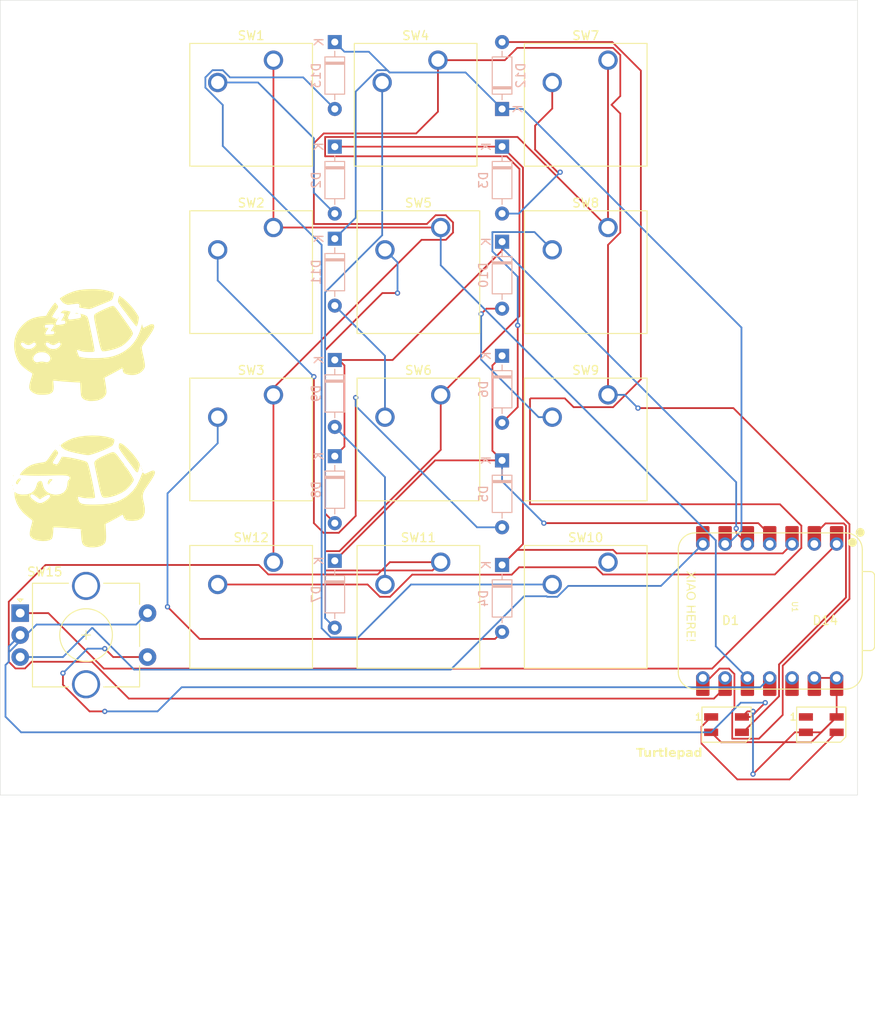
<source format=kicad_pcb>
(kicad_pcb (version 20240108) (generator "pcbnew") (generator_version "8.0")
  (layers (0 "F.Cu" signal) (31 "B.Cu" signal) (34 "B.Paste" user) (35 "F.Paste" user) (36 "B.SilkS" user "B.Silkscreen") (37 "F.SilkS" user "F.Silkscreen") (38 "B.Mask" user) (39 "F.Mask" user) (44 "Edge.Cuts" user))
  (net 0 "")
  (net 1 "Net-(D1-DOUT)")
  (net 2 "+5V")
  (net 3 "Net-(D1-DIN)")
  (net 4 "Net-(D2-K)")
  (net 5 "Net-(D2-A)")
  (net 6 "Net-(D3-A)")
  (net 7 "Net-(D4-A)")
  (net 8 "Net-(D5-A)")
  (net 9 "Net-(D5-K)")
  (net 10 "Net-(D6-A)")
  (net 11 "Net-(D7-A)")
  (net 12 "Net-(D8-A)")
  (net 13 "Net-(D10-K)")
  (net 14 "Net-(D9-A)")
  (net 15 "Net-(D10-A)")
  (net 16 "Net-(D11-A)")
  (net 17 "Net-(D11-K)")
  (net 18 "Net-(D12-A)")
  (net 19 "Net-(D13-A)")
  (net 21 "Net-(U1-GPIO4{slash}MISO)")
  (net 22 "Net-(U1-GPIO1{slash}RX)")
  (net 23 "Net-(U1-GPIO2{slash}SCK)")
  (net 25 "Net-(U1-GPIO26{slash}ADC0{slash}A0)")
  (net 26 "Net-(U1-GPIO3{slash}MOSI)")
  (net 27 "Net-(U1-GPIO0{slash}TX)")
  (footprint "Button_Switch_Keyboard:SW_Cherry_MX_1.00u_PCB" (layer "F.Cu") (at 131.1275 68.73875)
    (property "Reference" "SW8" (at -2.54 -2.794 0) (layer "F.SilkS"))
    (property "Value" "SW_Push")
    (pad "" np_thru_hole circle (at -7.62 5.08) (size 1.7 1.7) (drill 1.7) (layers "*.Cu" "*.Mask"))
    (pad "" np_thru_hole circle (at -2.54 5.08) (size 4 4) (drill 4) (layers "*.Cu" "*.Mask"))
    (pad "" np_thru_hole circle (at 2.54 5.08) (size 1.7 1.7) (drill 1.7) (layers "*.Cu" "*.Mask"))
    (pad "1" thru_hole circle (at 0 0) (size 2.2 2.2) (drill 1.5) (layers "*.Cu" "*.Mask") (net 23 "Net-(U1-GPIO2{slash}SCK)"))
    (pad "2" thru_hole circle (at -6.35 2.54) (size 2.2 2.2) (drill 1.5) (layers "*.Cu" "*.Mask") (net 10 "Net-(D6-A)"))
  )
  (footprint "LED_SMD:LED_SK6812MINI_PLCC4_3.5x3.5mm_P1.75mm" (layer "F.Cu") (at 155.4125 125.33125)
    (property "Reference" "D14" (at 0.455 -11.8615 0) (layer "F.SilkS"))
    (property "Value" "SK6812MINI")
    (fp_text user "1" (at -3.2 -0.875 0) (layer "F.SilkS") (effects (font (size 0.8 0.8))))
    (pad "1" smd rect (at -1.75 -0.875) (size 1.6 0.85) (layers "F.Cu" "F.Paste" "F.Mask"))
    (pad "2" smd rect (at -1.75 0.875) (size 1.6 0.85) (layers "F.Cu" "F.Paste" "F.Mask") (net 2 "+5V"))
    (pad "3" smd rect (at 1.75 0.875) (size 1.6 0.85) (layers "F.Cu" "F.Paste" "F.Mask") (net 1 "Net-(D1-DOUT)"))
    (pad "4" smd rect (at 1.75 -0.875) (size 1.6 0.85) (layers "F.Cu" "F.Paste" "F.Mask") (net 2 "+5V"))
  )
  (footprint "Button_Switch_Keyboard:SW_Cherry_MX_1.00u_PCB" (layer "F.Cu") (at 93.0275 87.78875)
    (property "Reference" "SW3" (at -2.54 -2.794 0) (layer "F.SilkS"))
    (property "Value" "SW_Push")
    (pad "" np_thru_hole circle (at -7.62 5.08) (size 1.7 1.7) (drill 1.7) (layers "*.Cu" "*.Mask"))
    (pad "" np_thru_hole circle (at -2.54 5.08) (size 4 4) (drill 4) (layers "*.Cu" "*.Mask"))
    (pad "" np_thru_hole circle (at 2.54 5.08) (size 1.7 1.7) (drill 1.7) (layers "*.Cu" "*.Mask"))
    (pad "1" thru_hole circle (at 0 0) (size 2.2 2.2) (drill 1.5) (layers "*.Cu" "*.Mask") (net 22 "Net-(U1-GPIO1{slash}RX)"))
    (pad "2" thru_hole circle (at -6.35 2.54) (size 2.2 2.2) (drill 1.5) (layers "*.Cu" "*.Mask") (net 7 "Net-(D4-A)"))
  )
  (footprint "Button_Switch_Keyboard:SW_Cherry_MX_1.00u_PCB" (layer "F.Cu") (at 93.0275 106.83875)
    (property "Reference" "SW12" (at -2.54 -2.794 0) (layer "F.SilkS"))
    (property "Value" "SW_Push")
    (pad "" np_thru_hole circle (at -7.62 5.08) (size 1.7 1.7) (drill 1.7) (layers "*.Cu" "*.Mask"))
    (pad "" np_thru_hole circle (at -2.54 5.08) (size 4 4) (drill 4) (layers "*.Cu" "*.Mask"))
    (pad "" np_thru_hole circle (at 2.54 5.08) (size 1.7 1.7) (drill 1.7) (layers "*.Cu" "*.Mask"))
    (pad "1" thru_hole circle (at 0 0) (size 2.2 2.2) (drill 1.5) (layers "*.Cu" "*.Mask") (net 22 "Net-(U1-GPIO1{slash}RX)"))
    (pad "2" thru_hole circle (at -6.35 2.54) (size 2.2 2.2) (drill 1.5) (layers "*.Cu" "*.Mask") (net 18 "Net-(D12-A)"))
  )
  (footprint "Button_Switch_Keyboard:SW_Cherry_MX_1.00u_PCB" (layer "F.Cu") (at 131.1275 106.83875)
    (property "Reference" "SW10" (at -2.54 -2.794 0) (layer "F.SilkS"))
    (property "Value" "SW_Push")
    (pad "" np_thru_hole circle (at -7.62 5.08) (size 1.7 1.7) (drill 1.7) (layers "*.Cu" "*.Mask"))
    (pad "" np_thru_hole circle (at -2.54 5.08) (size 4 4) (drill 4) (layers "*.Cu" "*.Mask"))
    (pad "" np_thru_hole circle (at 2.54 5.08) (size 1.7 1.7) (drill 1.7) (layers "*.Cu" "*.Mask"))
    (pad "1" thru_hole circle (at 0 0) (size 2.2 2.2) (drill 1.5) (layers "*.Cu" "*.Mask"))
    (pad "2" thru_hole circle (at -6.35 2.54) (size 2.2 2.2) (drill 1.5) (layers "*.Cu" "*.Mask") (net 19 "Net-(D13-A)"))
  )
  (footprint "Button_Switch_Keyboard:SW_Cherry_MX_1.00u_PCB" (layer "F.Cu") (at 131.1275 49.68875)
    (property "Reference" "SW7" (at -2.54 -2.794 0) (layer "F.SilkS"))
    (property "Value" "SW_Push")
    (pad "" np_thru_hole circle (at -7.62 5.08) (size 1.7 1.7) (drill 1.7) (layers "*.Cu" "*.Mask"))
    (pad "" np_thru_hole circle (at -2.54 5.08) (size 4 4) (drill 4) (layers "*.Cu" "*.Mask"))
    (pad "" np_thru_hole circle (at 2.54 5.08) (size 1.7 1.7) (drill 1.7) (layers "*.Cu" "*.Mask"))
    (pad "1" thru_hole circle (at 0 0) (size 2.2 2.2) (drill 1.5) (layers "*.Cu" "*.Mask") (net 23 "Net-(U1-GPIO2{slash}SCK)"))
    (pad "2" thru_hole circle (at -6.35 2.54) (size 2.2 2.2) (drill 1.5) (layers "*.Cu" "*.Mask") (net 6 "Net-(D3-A)"))
  )
  (footprint "Button_Switch_Keyboard:SW_Cherry_MX_1.00u_PCB" (layer "F.Cu") (at 112.0775 68.73875)
    (property "Reference" "SW5" (at -2.54 -2.794 0) (layer "F.SilkS"))
    (property "Value" "SW_Push")
    (pad "" np_thru_hole circle (at -7.62 5.08) (size 1.7 1.7) (drill 1.7) (layers "*.Cu" "*.Mask"))
    (pad "" np_thru_hole circle (at -2.54 5.08) (size 4 4) (drill 4) (layers "*.Cu" "*.Mask"))
    (pad "" np_thru_hole circle (at 2.54 5.08) (size 1.7 1.7) (drill 1.7) (layers "*.Cu" "*.Mask"))
    (pad "1" thru_hole circle (at 0 0) (size 2.2 2.2) (drill 1.5) (layers "*.Cu" "*.Mask") (net 21 "Net-(U1-GPIO4{slash}MISO)"))
    (pad "2" thru_hole circle (at -6.35 2.54) (size 2.2 2.2) (drill 1.5) (layers "*.Cu" "*.Mask") (net 12 "Net-(D8-A)"))
  )
  (footprint "LOGO" (layer "F.Cu") (at 71.4375 97.63125)
    (property "Reference" "G***" (hide yes))
    (property "Value" "LOGO" (hide yes))
  )
  (footprint "tlibfootprint:XIAO-RP2040-DIP" (layer "F.Cu") (at 149.5425 112.395 -90)
    (property "Reference" "U1" (at -0.47625 -2.8575 -90) (layer "F.SilkS") (effects (font (size 0.635 0.635) (thickness 0.1016))))
    (property "Value" "XIAO-RP2040-DIP")
    (pad "1" smd roundrect (at -8.455 -7.62 90) (size 2.432 1.524) (layers "F.Cu" "F.Mask") (roundrect_rratio 0.1) (net 25 "Net-(U1-GPIO26{slash}ADC0{slash}A0)"))
    (pad "1" thru_hole circle (at -7.62 -7.62 90) (size 1.524 1.524) (drill 0.889) (layers "*.Cu" "*.Mask") (net 25 "Net-(U1-GPIO26{slash}ADC0{slash}A0)"))
    (pad "2" smd roundrect (at -8.455 -5.08 90) (size 2.432 1.524) (layers "F.Cu" "F.Mask") (roundrect_rratio 0.1) (net 3 "Net-(D1-DIN)"))
    (pad "2" thru_hole circle (at -7.62 -5.08 90) (size 1.524 1.524) (drill 0.889) (layers "*.Cu" "*.Mask") (net 3 "Net-(D1-DIN)"))
    (pad "3" smd roundrect (at -8.455 -2.54 90) (size 2.432 1.524) (layers "F.Cu" "F.Mask") (roundrect_rratio 0.1) (net 4 "Net-(D2-K)"))
    (pad "3" thru_hole circle (at -7.62 -2.54 90) (size 1.524 1.524) (drill 0.889) (layers "*.Cu" "*.Mask") (net 4 "Net-(D2-K)"))
    (pad "4" smd roundrect (at -8.455 0 90) (size 2.432 1.524) (layers "F.Cu" "F.Mask") (roundrect_rratio 0.1) (net 9 "Net-(D5-K)"))
    (pad "4" thru_hole circle (at -7.62 0 90) (size 1.524 1.524) (drill 0.889) (layers "*.Cu" "*.Mask") (net 9 "Net-(D5-K)"))
    (pad "5" smd roundrect (at -8.455 2.54 90) (size 2.432 1.524) (layers "F.Cu" "F.Mask") (roundrect_rratio 0.1) (net 13 "Net-(D10-K)"))
    (pad "5" thru_hole circle (at -7.62 2.54 90) (size 1.524 1.524) (drill 0.889) (layers "*.Cu" "*.Mask") (net 13 "Net-(D10-K)"))
    (pad "6" smd roundrect (at -8.455 5.08 90) (size 2.432 1.524) (layers "F.Cu" "F.Mask") (roundrect_rratio 0.1) (net 17 "Net-(D11-K)"))
    (pad "6" thru_hole circle (at -7.62 5.08 90) (size 1.524 1.524) (drill 0.889) (layers "*.Cu" "*.Mask") (net 17 "Net-(D11-K)"))
    (pad "7" smd roundrect (at -8.455 7.62 90) (size 2.432 1.524) (layers "F.Cu" "F.Mask") (roundrect_rratio 0.1) (net 27 "Net-(U1-GPIO0{slash}TX)"))
    (pad "7" thru_hole circle (at -7.62 7.62 90) (size 1.524 1.524) (drill 0.889) (layers "*.Cu" "*.Mask") (net 27 "Net-(U1-GPIO0{slash}TX)"))
    (pad "8" thru_hole circle (at 7.62 7.62 270) (size 1.524 1.524) (drill 0.889) (layers "*.Cu" "*.Mask") (net 22 "Net-(U1-GPIO1{slash}RX)"))
    (pad "8" smd roundrect (at 8.455 7.62 270) (size 2.432 1.524) (layers "F.Cu" "F.Mask") (roundrect_rratio 0.1) (net 22 "Net-(U1-GPIO1{slash}RX)"))
    (pad "9" thru_hole circle (at 7.62 5.08 270) (size 1.524 1.524) (drill 0.889) (layers "*.Cu" "*.Mask") (net 23 "Net-(U1-GPIO2{slash}SCK)"))
    (pad "9" smd roundrect (at 8.455 5.08 270) (size 2.432 1.524) (layers "F.Cu" "F.Mask") (roundrect_rratio 0.1) (net 23 "Net-(U1-GPIO2{slash}SCK)"))
    (pad "10" thru_hole circle (at 7.62 2.54 270) (size 1.524 1.524) (drill 0.889) (layers "*.Cu" "*.Mask") (net 21 "Net-(U1-GPIO4{slash}MISO)"))
    (pad "10" smd roundrect (at 8.455 2.54 270) (size 2.432 1.524) (layers "F.Cu" "F.Mask") (roundrect_rratio 0.1) (net 21 "Net-(U1-GPIO4{slash}MISO)"))
    (pad "11" thru_hole circle (at 7.62 0 270) (size 1.524 1.524) (drill 0.889) (layers "*.Cu" "*.Mask") (net 26 "Net-(U1-GPIO3{slash}MOSI)"))
    (pad "11" smd roundrect (at 8.455 0 270) (size 2.432 1.524) (layers "F.Cu" "F.Mask") (roundrect_rratio 0.1) (net 26 "Net-(U1-GPIO3{slash}MOSI)"))
    (pad "12" thru_hole circle (at 7.62 -2.54 270) (size 1.524 1.524) (drill 0.889) (layers "*.Cu" "*.Mask"))
    (pad "12" smd roundrect (at 8.455 -2.54 270) (size 2.432 1.524) (layers "F.Cu" "F.Mask") (roundrect_rratio 0.1))
    (pad "13" thru_hole circle (at 7.62 -5.08 270) (size 1.524 1.524) (drill 0.889) (layers "*.Cu" "*.Mask") (net 2 "+5V"))
    (pad "13" smd roundrect (at 8.455 -5.08 270) (size 2.432 1.524) (layers "F.Cu" "F.Mask") (roundrect_rratio 0.1) (net 2 "+5V"))
    (pad "14" thru_hole circle (at 7.62 -7.62 270) (size 1.524 1.524) (drill 0.889) (layers "*.Cu" "*.Mask") (net 2 "+5V"))
    (pad "14" smd roundrect (at 8.455 -7.62 270) (size 2.432 1.524) (layers "F.Cu" "F.Mask") (roundrect_rratio 0.1) (net 2 "+5V"))
  )
  (footprint "Button_Switch_Keyboard:SW_Cherry_MX_1.00u_PCB" (layer "F.Cu") (at 111.76 49.68875)
    (property "Reference" "SW4" (at -2.54 -2.794 0) (layer "F.SilkS"))
    (property "Value" "SW_Push")
    (pad "" np_thru_hole circle (at -7.62 5.08) (size 1.7 1.7) (drill 1.7) (layers "*.Cu" "*.Mask"))
    (pad "" np_thru_hole circle (at -2.54 5.08) (size 4 4) (drill 4) (layers "*.Cu" "*.Mask"))
    (pad "" np_thru_hole circle (at 2.54 5.08) (size 1.7 1.7) (drill 1.7) (layers "*.Cu" "*.Mask"))
    (pad "1" thru_hole circle (at 0 0) (size 2.2 2.2) (drill 1.5) (layers "*.Cu" "*.Mask") (net 22 "Net-(U1-GPIO1{slash}RX)"))
    (pad "2" thru_hole circle (at -6.35 2.54) (size 2.2 2.2) (drill 1.5) (layers "*.Cu" "*.Mask") (net 11 "Net-(D7-A)"))
  )
  (footprint "Button_Switch_Keyboard:SW_Cherry_MX_1.00u_PCB" (layer "F.Cu") (at 112.0775 106.83875)
    (property "Reference" "SW11" (at -2.54 -2.794 0) (layer "F.SilkS"))
    (property "Value" "SW_Push")
    (pad "" np_thru_hole circle (at -7.62 5.08) (size 1.7 1.7) (drill 1.7) (layers "*.Cu" "*.Mask"))
    (pad "" np_thru_hole circle (at -2.54 5.08) (size 4 4) (drill 4) (layers "*.Cu" "*.Mask"))
    (pad "" np_thru_hole circle (at 2.54 5.08) (size 1.7 1.7) (drill 1.7) (layers "*.Cu" "*.Mask"))
    (pad "1" thru_hole circle (at 0 0) (size 2.2 2.2) (drill 1.5) (layers "*.Cu" "*.Mask") (net 23 "Net-(U1-GPIO2{slash}SCK)"))
    (pad "2" thru_hole circle (at -6.35 2.54) (size 2.2 2.2) (drill 1.5) (layers "*.Cu" "*.Mask") (net 14 "Net-(D9-A)"))
  )
  (footprint "Button_Switch_Keyboard:SW_Cherry_MX_1.00u_PCB" (layer "F.Cu") (at 131.1275 87.78875)
    (property "Reference" "SW9" (at -2.54 -2.794 0) (layer "F.SilkS"))
    (property "Value" "SW_Push")
    (pad "" np_thru_hole circle (at -7.62 5.08) (size 1.7 1.7) (drill 1.7) (layers "*.Cu" "*.Mask"))
    (pad "" np_thru_hole circle (at -2.54 5.08) (size 4 4) (drill 4) (layers "*.Cu" "*.Mask"))
    (pad "" np_thru_hole circle (at 2.54 5.08) (size 1.7 1.7) (drill 1.7) (layers "*.Cu" "*.Mask"))
    (pad "1" thru_hole circle (at 0 0) (size 2.2 2.2) (drill 1.5) (layers "*.Cu" "*.Mask") (net 22 "Net-(U1-GPIO1{slash}RX)"))
    (pad "2" thru_hole circle (at -6.35 2.54) (size 2.2 2.2) (drill 1.5) (layers "*.Cu" "*.Mask") (net 15 "Net-(D10-A)"))
  )
  (footprint "Button_Switch_Keyboard:SW_Cherry_MX_1.00u_PCB" (layer "F.Cu") (at 93.0275 49.68875)
    (property "Reference" "SW1" (at -2.54 -2.794 0) (layer "F.SilkS"))
    (property "Value" "SW_Push")
    (pad "" np_thru_hole circle (at -7.62 5.08) (size 1.7 1.7) (drill 1.7) (layers "*.Cu" "*.Mask"))
    (pad "" np_thru_hole circle (at -2.54 5.08) (size 4 4) (drill 4) (layers "*.Cu" "*.Mask"))
    (pad "" np_thru_hole circle (at 2.54 5.08) (size 1.7 1.7) (drill 1.7) (layers "*.Cu" "*.Mask"))
    (pad "1" thru_hole circle (at 0 0) (size 2.2 2.2) (drill 1.5) (layers "*.Cu" "*.Mask") (net 21 "Net-(U1-GPIO4{slash}MISO)"))
    (pad "2" thru_hole circle (at -6.35 2.54) (size 2.2 2.2) (drill 1.5) (layers "*.Cu" "*.Mask") (net 5 "Net-(D2-A)"))
  )
  (footprint "LOGO" (layer "F.Cu") (at 71.4375 80.9625)
    (property "Reference" "G***" (hide yes))
    (property "Value" "LOGO" (hide yes))
  )
  (footprint "Button_Switch_Keyboard:SW_Cherry_MX_1.00u_PCB" (layer "F.Cu") (at 112.0775 87.78875)
    (property "Reference" "SW6" (at -2.54 -2.794 0) (layer "F.SilkS"))
    (property "Value" "SW_Push")
    (pad "" np_thru_hole circle (at -7.62 5.08) (size 1.7 1.7) (drill 1.7) (layers "*.Cu" "*.Mask"))
    (pad "" np_thru_hole circle (at -2.54 5.08) (size 4 4) (drill 4) (layers "*.Cu" "*.Mask"))
    (pad "" np_thru_hole circle (at 2.54 5.08) (size 1.7 1.7) (drill 1.7) (layers "*.Cu" "*.Mask"))
    (pad "1" thru_hole circle (at 0 0) (size 2.2 2.2) (drill 1.5) (layers "*.Cu" "*.Mask") (net 23 "Net-(U1-GPIO2{slash}SCK)"))
    (pad "2" thru_hole circle (at -6.35 2.54) (size 2.2 2.2) (drill 1.5) (layers "*.Cu" "*.Mask") (net 16 "Net-(D11-A)"))
  )
  (footprint "Button_Switch_Keyboard:SW_Cherry_MX_1.00u_PCB" (layer "F.Cu") (at 93.0275 68.73875)
    (property "Reference" "SW2" (at -2.54 -2.794 0) (layer "F.SilkS"))
    (property "Value" "SW_Push")
    (pad "" np_thru_hole circle (at -7.62 5.08) (size 1.7 1.7) (drill 1.7) (layers "*.Cu" "*.Mask"))
    (pad "" np_thru_hole circle (at -2.54 5.08) (size 4 4) (drill 4) (layers "*.Cu" "*.Mask"))
    (pad "" np_thru_hole circle (at 2.54 5.08) (size 1.7 1.7) (drill 1.7) (layers "*.Cu" "*.Mask"))
    (pad "1" thru_hole circle (at 0 0) (size 2.2 2.2) (drill 1.5) (layers "*.Cu" "*.Mask") (net 21 "Net-(U1-GPIO4{slash}MISO)"))
    (pad "2" thru_hole circle (at -6.35 2.54) (size 2.2 2.2) (drill 1.5) (layers "*.Cu" "*.Mask") (net 8 "Net-(D5-A)"))
  )
  (footprint "Rotary_Encoder:RotaryEncoder_Alps_EC11E-Switch_Vertical_H20mm_CircularMountingHoles" (layer "F.Cu") (at 64.1875 112.6375)
    (property "Reference" "SW15" (at 2.8 -4.7 0) (layer "F.SilkS"))
    (property "Value" "RotaryEncoder_Switch")
    (pad "A" thru_hole rect (at 0 0) (size 2 2) (drill 1) (layers "*.Cu" "*.Mask") (net 25 "Net-(U1-GPIO26{slash}ADC0{slash}A0)"))
    (pad "B" thru_hole circle (at 0 5) (size 2 2) (drill 1) (layers "*.Cu" "*.Mask") (net 27 "Net-(U1-GPIO0{slash}TX)"))
    (pad "C" thru_hole circle (at 0 2.5) (size 2 2) (drill 1) (layers "*.Cu" "*.Mask") (net 2 "+5V"))
    (pad "MP" thru_hole circle (at 7.5 -3.1) (size 3.2 3.2) (drill 2.6) (layers "*.Cu" "*.Mask"))
    (pad "MP" thru_hole circle (at 7.5 8.1) (size 3.2 3.2) (drill 2.6) (layers "*.Cu" "*.Mask"))
    (pad "S1" thru_hole circle (at 14.5 5) (size 2 2) (drill 1) (layers "*.Cu" "*.Mask") (net 26 "Net-(U1-GPIO3{slash}MOSI)"))
    (pad "S2" thru_hole circle (at 14.5 0) (size 2 2) (drill 1) (layers "*.Cu" "*.Mask") (net 2 "+5V"))
  )
  (footprint "LED_SMD:LED_SK6812MINI_PLCC4_3.5x3.5mm_P1.75mm" (layer "F.Cu") (at 144.625 125.33125)
    (property "Reference" "D1" (at 0.455 -11.8615 0) (layer "F.SilkS"))
    (property "Value" "SK6812MINI")
    (fp_text user "1" (at -3.2 -0.875 0) (layer "F.SilkS") (effects (font (size 0.8 0.8))))
    (pad "1" smd rect (at -1.75 -0.875) (size 1.6 0.85) (layers "F.Cu" "F.Paste" "F.Mask") (net 1 "Net-(D1-DOUT)"))
    (pad "2" smd rect (at -1.75 0.875) (size 1.6 0.85) (layers "F.Cu" "F.Paste" "F.Mask") (net 2 "+5V"))
    (pad "3" smd rect (at 1.75 0.875) (size 1.6 0.85) (layers "F.Cu" "F.Paste" "F.Mask") (net 3 "Net-(D1-DIN)"))
    (pad "4" smd rect (at 1.75 -0.875) (size 1.6 0.85) (layers "F.Cu" "F.Paste" "F.Mask") (net 2 "+5V"))
  )
  (footprint "Diode_THT:D_DO-35_SOD27_P7.62mm_Horizontal" (layer "B.Cu") (at 100.0125 83.82 -90)
    (property "Reference" "D9" (at 3.81 2.12 90) (layer "B.SilkS") (effects (justify mirror)))
    (property "Value" "D")
    (fp_text user "K" (at 0 1.8 90) (layer "B.SilkS") (effects (justify mirror)))
    (pad "1" thru_hole rect (at 0 0 270) (size 1.6 1.6) (drill 0.8) (layers "*.Cu" "*.Mask") (net 13 "Net-(D10-K)"))
    (pad "2" thru_hole oval (at 7.62 0 270) (size 1.6 1.6) (drill 0.8) (layers "*.Cu" "*.Mask") (net 14 "Net-(D9-A)"))
  )
  (footprint "Diode_THT:D_DO-35_SOD27_P7.62mm_Horizontal" (layer "B.Cu") (at 100.0125 70.00875 -90)
    (property "Reference" "D11" (at 3.81 2.12 90) (layer "B.SilkS") (effects (justify mirror)))
    (property "Value" "D")
    (fp_text user "K" (at 0 1.8 90) (layer "B.SilkS") (effects (justify mirror)))
    (pad "1" thru_hole rect (at 0 0 270) (size 1.6 1.6) (drill 0.8) (layers "*.Cu" "*.Mask") (net 17 "Net-(D11-K)"))
    (pad "2" thru_hole oval (at 7.62 0 270) (size 1.6 1.6) (drill 0.8) (layers "*.Cu" "*.Mask") (net 16 "Net-(D11-A)"))
  )
  (footprint "Diode_THT:D_DO-35_SOD27_P7.62mm_Horizontal" (layer "B.Cu") (at 119.0625 59.53125 -90)
    (property "Reference" "D3" (at 3.81 2.12 90) (layer "B.SilkS") (effects (justify mirror)))
    (property "Value" "D")
    (fp_text user "K" (at 0 1.8 90) (layer "B.SilkS") (effects (justify mirror)))
    (pad "1" thru_hole rect (at 0 0 270) (size 1.6 1.6) (drill 0.8) (layers "*.Cu" "*.Mask") (net 4 "Net-(D2-K)"))
    (pad "2" thru_hole oval (at 7.62 0 270) (size 1.6 1.6) (drill 0.8) (layers "*.Cu" "*.Mask") (net 6 "Net-(D3-A)"))
  )
  (footprint "Diode_THT:D_DO-35_SOD27_P7.62mm_Horizontal" (layer "B.Cu") (at 100.0125 106.68 -90)
    (property "Reference" "D7" (at 3.81 2.12 90) (layer "B.SilkS") (effects (justify mirror)))
    (property "Value" "D")
    (fp_text user "K" (at 0 1.8 90) (layer "B.SilkS") (effects (justify mirror)))
    (pad "1" thru_hole rect (at 0 0 270) (size 1.6 1.6) (drill 0.8) (layers "*.Cu" "*.Mask") (net 9 "Net-(D5-K)"))
    (pad "2" thru_hole oval (at 7.62 0 270) (size 1.6 1.6) (drill 0.8) (layers "*.Cu" "*.Mask") (net 11 "Net-(D7-A)"))
  )
  (footprint "Diode_THT:D_DO-35_SOD27_P7.62mm_Horizontal" (layer "B.Cu") (at 119.0625 83.34375 -90)
    (property "Reference" "D6" (at 3.81 2.12 90) (layer "B.SilkS") (effects (justify mirror)))
    (property "Value" "D")
    (fp_text user "K" (at 0 1.8 90) (layer "B.SilkS") (effects (justify mirror)))
    (pad "1" thru_hole rect (at 0 0 270) (size 1.6 1.6) (drill 0.8) (layers "*.Cu" "*.Mask") (net 9 "Net-(D5-K)"))
    (pad "2" thru_hole oval (at 7.62 0 270) (size 1.6 1.6) (drill 0.8) (layers "*.Cu" "*.Mask") (net 10 "Net-(D6-A)"))
  )
  (footprint "Diode_THT:D_DO-35_SOD27_P7.62mm_Horizontal" (layer "B.Cu") (at 119.0625 55.245 90)
    (property "Reference" "D12" (at 3.81 2.12 90) (layer "B.SilkS") (effects (justify mirror)))
    (property "Value" "D")
    (fp_text user "K" (at 0 1.8 90) (layer "B.SilkS") (effects (justify mirror)))
    (pad "1" thru_hole rect (at 0 0 90) (size 1.6 1.6) (drill 0.8) (layers "*.Cu" "*.Mask") (net 17 "Net-(D11-K)"))
    (pad "2" thru_hole oval (at 7.62 0 90) (size 1.6 1.6) (drill 0.8) (layers "*.Cu" "*.Mask") (net 18 "Net-(D12-A)"))
  )
  (footprint "Diode_THT:D_DO-35_SOD27_P7.62mm_Horizontal" (layer "B.Cu") (at 119.0625 70.35625 -90)
    (property "Reference" "D10" (at 3.81 2.12 90) (layer "B.SilkS") (effects (justify mirror)))
    (property "Value" "D")
    (fp_text user "K" (at 0 1.8 90) (layer "B.SilkS") (effects (justify mirror)))
    (pad "1" thru_hole rect (at 0 0 270) (size 1.6 1.6) (drill 0.8) (layers "*.Cu" "*.Mask") (net 13 "Net-(D10-K)"))
    (pad "2" thru_hole oval (at 7.62 0 270) (size 1.6 1.6) (drill 0.8) (layers "*.Cu" "*.Mask") (net 15 "Net-(D10-A)"))
  )
  (footprint "Diode_THT:D_DO-35_SOD27_P7.62mm_Horizontal" (layer "B.Cu") (at 100.0125 94.77375 -90)
    (property "Reference" "D8" (at 3.81 2.12 90) (layer "B.SilkS") (effects (justify mirror)))
    (property "Value" "D")
    (fp_text user "K" (at 0 1.8 90) (layer "B.SilkS") (effects (justify mirror)))
    (pad "1" thru_hole rect (at 0 0 270) (size 1.6 1.6) (drill 0.8) (layers "*.Cu" "*.Mask") (net 13 "Net-(D10-K)"))
    (pad "2" thru_hole oval (at 7.62 0 270) (size 1.6 1.6) (drill 0.8) (layers "*.Cu" "*.Mask") (net 12 "Net-(D8-A)"))
  )
  (footprint "Diode_THT:D_DO-35_SOD27_P7.62mm_Horizontal" (layer "B.Cu") (at 119.0625 107.15625 -90)
    (property "Reference" "D4" (at 3.81 2.12 90) (layer "B.SilkS") (effects (justify mirror)))
    (property "Value" "D")
    (fp_text user "K" (at 0 1.8 90) (layer "B.SilkS") (effects (justify mirror)))
    (pad "1" thru_hole rect (at 0 0 270) (size 1.6 1.6) (drill 0.8) (layers "*.Cu" "*.Mask") (net 4 "Net-(D2-K)"))
    (pad "2" thru_hole oval (at 7.62 0 270) (size 1.6 1.6) (drill 0.8) (layers "*.Cu" "*.Mask") (net 7 "Net-(D4-A)"))
  )
  (footprint "Diode_THT:D_DO-35_SOD27_P7.62mm_Horizontal" (layer "B.Cu") (at 119.0625 95.25 -90)
    (property "Reference" "D5" (at 3.81 2.12 90) (layer "B.SilkS") (effects (justify mirror)))
    (property "Value" "D")
    (fp_text user "K" (at 0 1.8 90) (layer "B.SilkS") (effects (justify mirror)))
    (pad "1" thru_hole rect (at 0 0 270) (size 1.6 1.6) (drill 0.8) (layers "*.Cu" "*.Mask") (net 9 "Net-(D5-K)"))
    (pad "2" thru_hole oval (at 7.62 0 270) (size 1.6 1.6) (drill 0.8) (layers "*.Cu" "*.Mask") (net 8 "Net-(D5-A)"))
  )
  (footprint "Diode_THT:D_DO-35_SOD27_P7.62mm_Horizontal" (layer "B.Cu") (at 100.0125 47.625 -90)
    (property "Reference" "D13" (at 3.81 2.12 90) (layer "B.SilkS") (effects (justify mirror)))
    (property "Value" "D")
    (fp_text user "K" (at 0 1.8 90) (layer "B.SilkS") (effects (justify mirror)))
    (pad "1" thru_hole rect (at 0 0 270) (size 1.6 1.6) (drill 0.8) (layers "*.Cu" "*.Mask") (net 17 "Net-(D11-K)"))
    (pad "2" thru_hole oval (at 7.62 0 270) (size 1.6 1.6) (drill 0.8) (layers "*.Cu" "*.Mask") (net 19 "Net-(D13-A)"))
  )
  (footprint "Diode_THT:D_DO-35_SOD27_P7.62mm_Horizontal" (layer "B.Cu") (at 100.0125 59.53125 -90)
    (property "Reference" "D2" (at 3.81 2.12 90) (layer "B.SilkS") (effects (justify mirror)))
    (property "Value" "D")
    (fp_text user "K" (at 0 1.8 90) (layer "B.SilkS") (effects (justify mirror)))
    (pad "1" thru_hole rect (at 0 0 270) (size 1.6 1.6) (drill 0.8) (layers "*.Cu" "*.Mask") (net 4 "Net-(D2-K)"))
    (pad "2" thru_hole oval (at 7.62 0 270) (size 1.6 1.6) (drill 0.8) (layers "*.Cu" "*.Mask") (net 5 "Net-(D2-A)"))
  )
  (gr_rect (start 61.9125 42.8625) (end 159.54375 133.35) (stroke (width 0.05)) (fill none) (layer "Edge.Cuts"))
  (gr_text "Turtlepad" (at 138.1125 128.5875 0) (layer "F.SilkS") (effects (font (size 1 1) (thickness 0.1))))
  (gr_text "XIAO HERE!" (at 140.49375 111.91875 -90) (layer "F.SilkS") (effects (font (size 1 1) (thickness 0.1))))
  (segment (start 141.775 127.4875) (end 141.775 125.55625) (width 0.2) (layer "F.Cu") (net 1))
  (segment (start 145.85625 131.56875) (end 141.775 127.4875) (width 0.2) (layer "F.Cu") (net 1))
  (segment (start 157.1625 126.20625) (end 151.8 131.56875) (width 0.2) (layer "F.Cu") (net 1))
  (segment (start 141.775 125.55625) (end 142.875 124.45625) (width 0.2) (layer "F.Cu") (net 1))
  (segment (start 151.8 131.56875) (end 145.85625 131.56875) (width 0.2) (layer "F.Cu") (net 1))
  (segment (start 157.1625 120.015) (end 157.1625 124.45625) (width 0.2) (layer "F.Cu") (net 2))
  (segment (start 153.6625 126.20625) (end 152.4 126.20625) (width 0.2) (layer "F.Cu") (net 2))
  (segment (start 146.375 124.45625) (end 147.404934 124.45625) (width 0.2) (layer "F.Cu") (net 2))
  (segment (start 153.6625 126.20625) (end 155.4125 126.20625) (width 0.2) (layer "F.Cu") (net 2))
  (segment (start 155.4125 126.20625) (end 157.1625 124.45625) (width 0.2) (layer "F.Cu") (net 2))
  (segment (start 154.2875 127.33125) (end 144 127.33125) (width 0.2) (layer "F.Cu") (net 2))
  (segment (start 147.404934 124.45625) (end 149.027467 122.833717) (width 0.2) (layer "F.Cu") (net 2))
  (segment (start 157.1625 120.015) (end 154.6225 120.015) (width 0.2) (layer "F.Cu") (net 2))
  (segment (start 147.00625 123.825) (end 146.375 124.45625) (width 0.2) (layer "F.Cu") (net 2))
  (segment (start 144 127.33125) (end 142.875 126.20625) (width 0.2) (layer "F.Cu") (net 2))
  (segment (start 147.6375 123.825) (end 147.00625 123.825) (width 0.2) (layer "F.Cu") (net 2))
  (segment (start 152.4 126.20625) (end 147.6375 130.96875) (width 0.2) (layer "F.Cu") (net 2))
  (segment (start 157.1625 124.45625) (end 154.2875 127.33125) (width 0.2) (layer "F.Cu") (net 2))
  (via (at 149.027467 122.833717) (size 0.6) (drill 0.3) (layers "F.Cu" "B.Cu") (net 2))
  (via (at 147.6375 130.96875) (size 0.6) (drill 0.3) (layers "F.Cu" "B.Cu") (net 2))
  (via (at 147.6375 123.825) (size 0.6) (drill 0.3) (layers "F.Cu" "B.Cu") (net 2))
  (segment (start 62.8875 117.099022) (end 62.8875 118.175978) (width 0.2) (layer "B.Cu") (net 2))
  (segment (start 78.6875 112.6375) (end 77.3875 113.9375) (width 0.2) (layer "B.Cu") (net 2))
  (segment (start 62.5125 124.425) (end 64.29375 126.20625) (width 0.2) (layer "B.Cu") (net 2))
  (segment (start 64.1875 115.1375) (end 62.8875 116.4375) (width 0.2) (layer "B.Cu") (net 2))
  (segment (start 66.049022 113.9375) (end 62.8875 117.099022) (width 0.2) (layer "B.Cu") (net 2))
  (segment (start 62.5125 118.550978) (end 62.5125 124.425) (width 0.2) (layer "B.Cu") (net 2))
  (segment (start 64.29375 126.20625) (end 142.875 126.20625) (width 0.2) (layer "B.Cu") (net 2))
  (segment (start 62.8875 116.4375) (end 62.8875 118.175978) (width 0.2) (layer "B.Cu") (net 2))
  (segment (start 142.875 126.20625) (end 146.247533 122.833717) (width 0.2) (layer "B.Cu") (net 2))
  (segment (start 147.6375 130.96875) (end 147.6375 123.825) (width 0.2) (layer "B.Cu") (net 2))
  (segment (start 77.3875 113.9375) (end 66.049022 113.9375) (width 0.2) (layer "B.Cu") (net 2))
  (segment (start 146.247533 122.833717) (end 149.027467 122.833717) (width 0.2) (layer "B.Cu") (net 2))
  (segment (start 62.8875 118.175978) (end 62.5125 118.550978) (width 0.2) (layer "B.Cu") (net 2))
  (segment (start 154.6225 104.775) (end 154.6225 103.69737) (width 0.2) (layer "F.Cu") (net 3))
  (segment (start 158.2245 102.684786) (end 158.2245 110.85675) (width 0.2) (layer "F.Cu") (net 3))
  (segment (start 150.6045 118.47675) (end 150.6045 122.105214) (width 0.2) (layer "F.Cu") (net 3))
  (segment (start 150.6045 122.105214) (end 146.503464 126.20625) (width 0.2) (layer "F.Cu") (net 3))
  (segment (start 154.6225 103.69737) (end 155.89587 102.424) (width 0.2) (layer "F.Cu") (net 3))
  (segment (start 157.963714 102.424) (end 158.2245 102.684786) (width 0.2) (layer "F.Cu") (net 3))
  (segment (start 155.89587 102.424) (end 157.963714 102.424) (width 0.2) (layer "F.Cu") (net 3))
  (segment (start 146.503464 126.20625) (end 146.375 126.20625) (width 0.2) (layer "F.Cu") (net 3))
  (segment (start 158.2245 110.85675) (end 150.6045 118.47675) (width 0.2) (layer "F.Cu") (net 3))
  (segment (start 152.0825 104.775) (end 151.0205 105.837) (width 0.2) (layer "F.Cu") (net 4))
  (segment (start 132.105649 105.837) (end 131.707399 105.43875) (width 0.2) (layer "F.Cu") (net 4))
  (segment (start 151.0205 105.837) (end 132.105649 105.837) (width 0.2) (layer "F.Cu") (net 4))
  (segment (start 121.44375 61.9125) (end 119.0625 59.53125) (width 0.2) (layer "F.Cu") (net 4))
  (segment (start 131.707399 105.43875) (end 120.78 105.43875) (width 0.2) (layer "F.Cu") (net 4))
  (segment (start 119.0625 107.15625) (end 121.44375 104.775) (width 0.2) (layer "F.Cu") (net 4))
  (segment (start 119.0625 59.53125) (end 100.0125 59.53125) (width 0.2) (layer "F.Cu") (net 4))
  (segment (start 120.78 105.43875) (end 119.0625 107.15625) (width 0.2) (layer "F.Cu") (net 4))
  (segment (start 121.44375 104.775) (end 121.44375 61.9125) (width 0.2) (layer "F.Cu") (net 4))
  (segment (start 97.63125 58.589098) (end 97.63125 64.77) (width 0.2) (layer "B.Cu") (net 5))
  (segment (start 91.270902 52.22875) (end 97.63125 58.589098) (width 0.2) (layer "B.Cu") (net 5))
  (segment (start 97.63125 64.77) (end 100.0125 67.15125) (width 0.2) (layer "B.Cu") (net 5))
  (segment (start 86.6775 52.22875) (end 91.270902 52.22875) (width 0.2) (layer "B.Cu") (net 5))
  (segment (start 124.7775 55.195806) (end 122.823306 57.15) (width 0.2) (layer "F.Cu") (net 6))
  (segment (start 122.823306 59.86887) (end 125.536593 62.582157) (width 0.2) (layer "F.Cu") (net 6))
  (segment (start 124.7775 52.22875) (end 124.7775 55.195806) (width 0.2) (layer "F.Cu") (net 6))
  (segment (start 122.823306 57.15) (end 122.823306 59.86887) (width 0.2) (layer "F.Cu") (net 6))
  (segment (start 125.536593 62.582157) (end 125.678015 62.440735) (width 0.2) (layer "F.Cu") (net 6))
  (via (at 125.678015 62.440735) (size 0.6) (drill 0.3) (layers "F.Cu" "B.Cu") (net 6))
  (segment (start 125.678015 62.440735) (end 120.9675 67.15125) (width 0.2) (layer "B.Cu") (net 6))
  (segment (start 120.9675 67.15125) (end 119.0625 67.15125) (width 0.2) (layer "B.Cu") (net 6))
  (segment (start 119.0625 114.77625) (end 118.262501 115.576249) (width 0.2) (layer "F.Cu") (net 7))
  (segment (start 84.619999 115.576249) (end 80.9625 111.91875) (width 0.2) (layer "F.Cu") (net 7))
  (segment (start 118.262501 115.576249) (end 84.619999 115.576249) (width 0.2) (layer "F.Cu") (net 7))
  (via (at 80.9625 111.91875) (size 0.6) (drill 0.3) (layers "F.Cu" "B.Cu") (net 7))
  (segment (start 86.6775 93.295806) (end 86.6775 90.32875) (width 0.2) (layer "B.Cu") (net 7))
  (segment (start 80.9625 111.91875) (end 80.9625 99.010806) (width 0.2) (layer "B.Cu") (net 7))
  (segment (start 80.9625 99.010806) (end 86.6775 93.295806) (width 0.2) (layer "B.Cu") (net 7))
  (segment (start 102.39375 101.568135) (end 100.468135 103.49375) (width 0.2) (layer "F.Cu") (net 8))
  (segment (start 98.73125 103.49375) (end 97.63125 102.39375) (width 0.2) (layer "F.Cu") (net 8))
  (segment (start 100.468135 103.49375) (end 98.73125 103.49375) (width 0.2) (layer "F.Cu") (net 8))
  (segment (start 102.39375 88.10625) (end 102.39375 101.568135) (width 0.2) (layer "F.Cu") (net 8))
  (segment (start 97.63125 102.39375) (end 97.63125 85.725) (width 0.2) (layer "F.Cu") (net 8))
  (via (at 102.39375 88.10625) (size 0.6) (drill 0.3) (layers "F.Cu" "B.Cu") (net 8))
  (via (at 97.63125 85.725) (size 0.6) (drill 0.3) (layers "F.Cu" "B.Cu") (net 8))
  (segment (start 102.39375 89.048402) (end 102.39375 88.10625) (width 0.2) (layer "B.Cu") (net 8))
  (segment (start 119.0625 102.87) (end 116.215348 102.87) (width 0.2) (layer "B.Cu") (net 8))
  (segment (start 116.215348 102.87) (end 102.39375 89.048402) (width 0.2) (layer "B.Cu") (net 8))
  (segment (start 86.6775 74.77125) (end 86.6775 71.27875) (width 0.2) (layer "B.Cu") (net 8))
  (segment (start 97.63125 85.725) (end 86.6775 74.77125) (width 0.2) (layer "B.Cu") (net 8))
  (segment (start 149.5425 104.775) (end 149.5425 103.69737) (width 0.2) (layer "F.Cu") (net 9))
  (segment (start 148.23888 102.39375) (end 123.825 102.39375) (width 0.2) (layer "F.Cu") (net 9))
  (segment (start 117.9625 94.15) (end 117.9625 84.44375) (width 0.2) (layer "F.Cu") (net 9))
  (segment (start 119.0625 95.25) (end 111.4425 95.25) (width 0.2) (layer "F.Cu") (net 9))
  (segment (start 117.9625 84.44375) (end 119.0625 83.34375) (width 0.2) (layer "F.Cu") (net 9))
  (segment (start 111.4425 95.25) (end 100.0125 106.68) (width 0.2) (layer "F.Cu") (net 9))
  (segment (start 119.0625 95.25) (end 117.9625 94.15) (width 0.2) (layer "F.Cu") (net 9))
  (segment (start 149.5425 103.69737) (end 148.23888 102.39375) (width 0.2) (layer "F.Cu") (net 9))
  (via (at 123.825 102.39375) (size 0.6) (drill 0.3) (layers "F.Cu" "B.Cu") (net 9))
  (segment (start 119.0625 97.63125) (end 119.0625 95.25) (width 0.2) (layer "B.Cu") (net 9))
  (segment (start 123.825 102.39375) (end 119.0625 97.63125) (width 0.2) (layer "B.Cu") (net 9))
  (segment (start 120.84375 89.1825) (end 120.84375 79.871028) (width 0.2) (layer "F.Cu") (net 10))
  (segment (start 119.0625 90.96375) (end 120.84375 89.1825) (width 0.2) (layer "F.Cu") (net 10))
  (via (at 120.84375 79.871028) (size 0.6) (drill 0.3) (layers "F.Cu" "B.Cu") (net 10))
  (segment (start 122.755 69.25625) (end 124.7775 71.27875) (width 0.2) (layer "B.Cu") (net 10))
  (segment (start 117.9625 71.45625) (end 117.9625 69.25625) (width 0.2) (layer "B.Cu") (net 10))
  (segment (start 120.84375 74.3375) (end 117.9625 71.45625) (width 0.2) (layer "B.Cu") (net 10))
  (segment (start 120.84375 79.871028) (end 120.84375 74.3375) (width 0.2) (layer "B.Cu") (net 10))
  (segment (start 117.9625 69.25625) (end 122.755 69.25625) (width 0.2) (layer "B.Cu") (net 10))
  (segment (start 98.9125 76.113851) (end 98.9125 113.2) (width 0.2) (layer "B.Cu") (net 11))
  (segment (start 105.41 52.22875) (end 105.41 69.616351) (width 0.2) (layer "B.Cu") (net 11))
  (segment (start 98.9125 113.2) (end 100.0125 114.3) (width 0.2) (layer "B.Cu") (net 11))
  (segment (start 105.41 69.616351) (end 98.9125 76.113851) (width 0.2) (layer "B.Cu") (net 11))
  (segment (start 100.0125 102.39375) (end 98.9125 101.29375) (width 0.2) (layer "F.Cu") (net 12))
  (segment (start 98.9125 82.72) (end 105.4325 76.2) (width 0.2) (layer "F.Cu") (net 12))
  (segment (start 98.9125 101.29375) (end 98.9125 82.72) (width 0.2) (layer "F.Cu") (net 12))
  (segment (start 105.4325 76.2) (end 107.15625 76.2) (width 0.2) (layer "F.Cu") (net 12))
  (via (at 107.15625 76.2) (size 0.6) (drill 0.3) (layers "F.Cu" "B.Cu") (net 12))
  (segment (start 107.15625 72.7075) (end 105.7275 71.27875) (width 0.2) (layer "B.Cu") (net 12))
  (segment (start 107.15625 76.2) (end 107.15625 72.7075) (width 0.2) (layer "B.Cu") (net 12))
  (segment (start 147.0025 104.775) (end 147.0025 103.94) (width 0.2) (layer "F.Cu") (net 13))
  (segment (start 119.0625 70.35625) (end 119.0625 71.35625) (width 0.2) (layer "F.Cu") (net 13))
  (segment (start 145.7245 103.497) (end 145.7245 102.99375) (width 0.2) (layer "F.Cu") (net 13))
  (segment (start 147.0025 104.775) (end 145.7245 103.497) (width 0.2) (layer "F.Cu") (net 13))
  (segment (start 106.59875 83.82) (end 100.0125 83.82) (width 0.2) (layer "F.Cu") (net 13))
  (segment (start 100.0125 94.77375) (end 101.1125 93.67375) (width 0.2) (layer "F.Cu") (net 13))
  (segment (start 119.0625 71.35625) (end 106.59875 83.82) (width 0.2) (layer "F.Cu") (net 13))
  (segment (start 101.1125 84.44375) (end 100.0125 83.34375) (width 0.2) (layer "F.Cu") (net 13))
  (segment (start 101.1125 93.67375) (end 101.1125 84.44375) (width 0.2) (layer "F.Cu") (net 13))
  (via (at 145.7245 102.99375) (size 0.6) (drill 0.3) (layers "F.Cu" "B.Cu") (net 13))
  (segment (start 145.7245 97.732806) (end 119.0625 71.070806) (width 0.2) (layer "B.Cu") (net 13))
  (segment (start 145.7245 102.99375) (end 145.7245 97.732806) (width 0.2) (layer "B.Cu") (net 13))
  (segment (start 119.0625 71.070806) (end 119.0625 70.35625) (width 0.2) (layer "B.Cu") (net 13))
  (segment (start 105.7275 109.37875) (end 105.7275 97.155) (width 0.2) (layer "B.Cu") (net 14))
  (segment (start 105.7275 97.155) (end 100.0125 91.44) (width 0.2) (layer "B.Cu") (net 14))
  (segment (start 116.68125 78.58125) (end 117.28625 77.97625) (width 0.2) (layer "F.Cu") (net 15))
  (segment (start 117.28625 77.97625) (end 119.0625 77.97625) (width 0.2) (layer "F.Cu") (net 15))
  (via (at 116.68125 78.58125) (size 0.6) (drill 0.3) (layers "F.Cu" "B.Cu") (net 15))
  (segment (start 124.7775 90.32875) (end 123.221866 90.32875) (width 0.2) (layer "B.Cu") (net 15))
  (segment (start 116.68125 83.788134) (end 116.68125 78.58125) (width 0.2) (layer "B.Cu") (net 15))
  (segment (start 123.221866 90.32875) (end 116.68125 83.788134) (width 0.2) (layer "B.Cu") (net 15))
  (segment (start 105.7275 83.34375) (end 105.7275 90.32875) (width 0.2) (layer "B.Cu") (net 16))
  (segment (start 100.0125 77.62875) (end 105.7275 83.34375) (width 0.2) (layer "B.Cu") (net 16))
  (segment (start 146.3245 103.242279) (end 146.3245 80.12575) (width 0.2) (layer "B.Cu") (net 17))
  (segment (start 102.39375 53.265101) (end 102.39375 67.6275) (width 0.2) (layer "B.Cu") (net 17))
  (segment (start 114.90625 51.08875) (end 106.249899 51.08875) (width 0.2) (layer "B.Cu") (net 17))
  (segment (start 103.886149 48.725) (end 106.249899 51.08875) (width 0.2) (layer "B.Cu") (net 17))
  (segment (start 144.4625 104.775) (end 144.791779 104.775) (width 0.2) (layer "B.Cu") (net 17))
  (segment (start 104.830101 50.82875) (end 102.39375 53.265101) (width 0.2) (layer "B.Cu") (net 17))
  (segment (start 119.0625 55.245) (end 114.90625 51.08875) (width 0.2) (layer "B.Cu") (net 17))
  (segment (start 102.39375 67.6275) (end 100.0125 70.00875) (width 0.2) (layer "B.Cu") (net 17))
  (segment (start 146.3245 80.12575) (end 121.44375 55.245) (width 0.2) (layer "B.Cu") (net 17))
  (segment (start 105.989899 50.82875) (end 104.830101 50.82875) (width 0.2) (layer "B.Cu") (net 17))
  (segment (start 106.249899 51.08875) (end 105.989899 50.82875) (width 0.2) (layer "B.Cu") (net 17))
  (segment (start 121.44375 55.245) (end 119.0625 55.245) (width 0.2) (layer "B.Cu") (net 17))
  (segment (start 144.791779 104.775) (end 146.3245 103.242279) (width 0.2) (layer "B.Cu") (net 17))
  (segment (start 101.1125 48.725) (end 103.886149 48.725) (width 0.2) (layer "B.Cu") (net 17))
  (segment (start 100.0125 47.625) (end 101.1125 48.725) (width 0.2) (layer "B.Cu") (net 17))
  (segment (start 153.1445 102.684786) (end 150.706528 100.246814) (width 0.2) (layer "F.Cu") (net 18))
  (segment (start 150.706528 100.246814) (end 122.24375 100.246814) (width 0.2) (layer "F.Cu") (net 18))
  (segment (start 131.707399 89.18875) (end 134.8675 86.028649) (width 0.2) (layer "F.Cu") (net 18))
  (segment (start 106.307399 110.77875) (end 108.829899 108.25625) (width 0.2) (layer "F.Cu") (net 18))
  (segment (start 127.20625 89.18875) (end 131.707399 89.18875) (width 0.2) (layer "F.Cu") (net 18))
  (segment (start 86.6775 109.37875) (end 103.747601 109.37875) (width 0.2) (layer "F.Cu") (net 18))
  (segment (start 134.8675 86.028649) (end 134.8675 50.883165) (width 0.2) (layer "F.Cu") (net 18))
  (segment (start 153.1445 105.214895) (end 153.1445 102.684786) (width 0.2) (layer "F.Cu") (net 18))
  (segment (start 150.120645 108.23875) (end 153.1445 105.214895) (width 0.2) (layer "F.Cu") (net 18))
  (segment (start 120.1625 108.25625) (end 121.000101 107.418649) (width 0.2) (layer "F.Cu") (net 18))
  (segment (start 134.8675 50.883165) (end 131.609335 47.625) (width 0.2) (layer "F.Cu") (net 18))
  (segment (start 122.24375 88.271936) (end 122.326936 88.18875) (width 0.2) (layer "F.Cu") (net 18))
  (segment (start 122.24375 100.246814) (end 122.24375 88.271936) (width 0.2) (layer "F.Cu") (net 18))
  (segment (start 105.147601 110.77875) (end 106.307399 110.77875) (width 0.2) (layer "F.Cu") (net 18))
  (segment (start 131.609335 47.625) (end 119.0625 47.625) (width 0.2) (layer "F.Cu") (net 18))
  (segment (start 108.829899 108.25625) (end 120.1625 108.25625) (width 0.2) (layer "F.Cu") (net 18))
  (segment (start 103.747601 109.37875) (end 105.147601 110.77875) (width 0.2) (layer "F.Cu") (net 18))
  (segment (start 122.326936 88.18875) (end 126.20625 88.18875) (width 0.2) (layer "F.Cu") (net 18))
  (segment (start 126.20625 88.18875) (end 127.20625 89.18875) (width 0.2) (layer "F.Cu") (net 18))
  (segment (start 130.547601 108.23875) (end 150.120645 108.23875) (width 0.2) (layer "F.Cu") (net 18))
  (segment (start 121.000101 107.418649) (end 129.7275 107.418649) (width 0.2) (layer "F.Cu") (net 18))
  (segment (start 129.7275 107.418649) (end 130.547601 108.23875) (width 0.2) (layer "F.Cu") (net 18))
  (segment (start 108.694556 109.37875) (end 124.7775 109.37875) (width 0.2) (layer "B.Cu") (net 19))
  (segment (start 99.556865 115.4) (end 102.673306 115.4) (width 0.2) (layer "B.Cu") (net 19))
  (segment (start 87.257399 54.788548) (end 87.257399 59.453649) (width 0.2) (layer "B.Cu") (net 19))
  (segment (start 88.0775 51.648851) (end 87.257399 50.82875) (width 0.2) (layer "B.Cu") (net 19))
  (segment (start 85.2775 51.648851) (end 85.2775 52.808649) (width 0.2) (layer "B.Cu") (net 19))
  (segment (start 86.097601 50.82875) (end 85.2775 51.648851) (width 0.2) (layer "B.Cu") (net 19))
  (segment (start 100.0125 55.245) (end 96.416351 51.648851) (width 0.2) (layer "B.Cu") (net 19))
  (segment (start 102.673306 115.4) (end 108.694556 109.37875) (width 0.2) (layer "B.Cu") (net 19))
  (segment (start 98.5125 114.355635) (end 99.556865 115.4) (width 0.2) (layer "B.Cu") (net 19))
  (segment (start 96.416351 51.648851) (end 88.0775 51.648851) (width 0.2) (layer "B.Cu") (net 19))
  (segment (start 87.257399 50.82875) (end 86.097601 50.82875) (width 0.2) (layer "B.Cu") (net 19))
  (segment (start 87.257399 59.453649) (end 98.5125 70.70875) (width 0.2) (layer "B.Cu") (net 19))
  (segment (start 98.5125 70.70875) (end 98.5125 114.355635) (width 0.2) (layer "B.Cu") (net 19))
  (segment (start 85.2775 52.808649) (end 87.257399 54.788548) (width 0.2) (layer "B.Cu") (net 19))
  (segment (start 93.0275 68.73875) (end 93.0275 49.68875) (width 0.2) (layer "F.Cu") (net 21))
  (segment (start 112.0775 68.73875) (end 93.0275 68.73875) (width 0.2) (layer "F.Cu") (net 21))
  (segment (start 112.0775 68.73875) (end 111.91875 68.8975) (width 0.2) (layer "B.Cu") (net 21))
  (segment (start 111.91875 68.8975) (end 111.91875 69.05625) (width 0.2) (layer "B.Cu") (net 21))
  (segment (start 143.4005 116.413) (end 147.0025 120.015) (width 0.2) (layer "B.Cu") (net 21))
  (segment (start 112.0775 68.73875) (end 112.0775 73.035348) (width 0.2) (layer "B.Cu") (net 21))
  (segment (start 112.0775 73.035348) (end 143.4005 104.358348) (width 0.2) (layer "B.Cu") (net 21))
  (segment (start 143.4005 104.358348) (end 143.4005 116.413) (width 0.2) (layer "B.Cu") (net 21))
  (segment (start 131.1275 87.78875) (end 131.1275 70.718649) (width 0.2) (layer "F.Cu") (net 22))
  (segment (start 143.8195 118.953) (end 144.902395 118.953) (width 0.2) (layer "F.Cu") (net 22))
  (segment (start 120.78 48.28875) (end 119.38 49.68875) (width 0.2) (layer "F.Cu") (net 22))
  (segment (start 145.275 126.93125) (end 148.318464 126.93125) (width 0.2) (layer "F.Cu") (net 22))
  (segment (start 111.76 55.552152) (end 109.280902 58.03125) (width 0.2) (layer "F.Cu") (net 22))
  (segment (start 111.497601 67.33875) (end 112.657399 67.33875) (width 0.2) (layer "F.Cu") (net 22))
  (segment (start 97.63125 68.33875) (end 110.497601 68.33875) (width 0.2) (layer "F.Cu") (net 22))
  (segment (start 113.4775 68.158851) (end 113.4775 69.318649) (width 0.2) (layer "F.Cu") (net 22))
  (segment (start 110.497601 68.33875) (end 111.497601 67.33875) (width 0.2) (layer "F.Cu") (net 22))
  (segment (start 144.902395 118.953) (end 145.5245 119.575105) (width 0.2) (layer "F.Cu") (net 22))
  (segment (start 145.402275 89.296875) (end 134.540625 89.296875) (width 0.2) (layer "F.Cu") (net 22))
  (segment (start 131.1275 70.718649) (end 132.5275 69.318649) (width 0.2) (layer "F.Cu") (net 22))
  (segment (start 113.4775 69.318649) (end 112.657399 70.13875) (width 0.2) (layer "F.Cu") (net 22))
  (segment (start 145.5245 119.575105) (end 145.5245 123.48175) (width 0.2) (layer "F.Cu") (net 22))
  (segment (start 151.0205 124.229214) (end 151.0205 118.626436) (width 0.2) (layer "F.Cu") (net 22))
  (segment (start 93.0275 88.265) (end 93.0275 106.83875) (width 0.2) (layer "F.Cu") (net 22))
  (segment (start 92.86875 88.10625) (end 93.0275 88.265) (width 0.2) (layer "F.Cu") (net 22))
  (segment (start 132.5275 49.108851) (end 131.707399 48.28875) (width 0.2) (layer "F.Cu") (net 22))
  (segment (start 132.5275 53.76875) (end 132.5275 49.108851) (width 0.2) (layer "F.Cu") (net 22))
  (segment (start 148.318464 126.93125) (end 151.0205 124.229214) (width 0.2) (layer "F.Cu") (net 22))
  (segment (start 93.0275 87.9475) (end 92.86875 88.10625) (width 0.2) (layer "F.Cu") (net 22))
  (segment (start 131.5275 54.76875) (end 132.5275 53.76875) (width 0.2) (layer "F.Cu") (net 22))
  (segment (start 98.746815 58.03125) (end 97.63125 59.146815) (width 0.2) (layer "F.Cu") (net 22))
  (segment (start 151.0205 118.626436) (end 158.6245 111.022436) (width 0.2) (layer "F.Cu") (net 22))
  (segment (start 97.63125 59.146815) (end 97.63125 68.33875) (width 0.2) (layer "F.Cu") (net 22))
  (segment (start 109.280902 58.03125) (end 98.746815 58.03125) (width 0.2) (layer "F.Cu") (net 22))
  (segment (start 111.76 49.68875) (end 111.76 55.552152) (width 0.2) (layer "F.Cu") (net 22))
  (segment (start 119.38 49.68875) (end 111.76 49.68875) (width 0.2) (layer "F.Cu") (net 22))
  (segment (start 131.707399 48.28875) (end 120.78 48.28875) (width 0.2) (layer "F.Cu") (net 22))
  (segment (start 112.657399 70.13875) (end 109.894098 70.13875) (width 0.2) (layer "F.Cu") (net 22))
  (segment (start 109.894098 70.13875) (end 93.0275 87.005348) (width 0.2) (layer "F.Cu") (net 22))
  (segment (start 93.0275 87.78875) (end 93.0275 87.9475) (width 0.2) (layer "F.Cu") (net 22))
  (segment (start 132.5275 69.318649) (end 132.5275 55.76875) (width 0.2) (layer "F.Cu") (net 22))
  (segment (start 158.6245 111.022436) (end 158.6245 102.5191) (width 0.2) (layer "F.Cu") (net 22))
  (segment (start 131.1275 87.9475) (end 130.96875 88.10625) (width 0.2) (layer "F.Cu") (net 22))
  (segment (start 145.5245 123.48175) (end 145.275 123.73125) (width 0.2) (layer "F.Cu") (net 22))
  (segment (start 112.657399 67.33875) (end 113.4775 68.158851) (width 0.2) (layer "F.Cu") (net 22))
  (segment (start 132.5275 55.76875) (end 131.5275 54.76875) (width 0.2) (layer "F.Cu") (net 22))
  (segment (start 141.9225 120.85) (end 143.8195 118.953) (width 0.2) (layer "F.Cu") (net 22))
  (segment (start 93.0275 87.005348) (end 93.0275 87.78875) (width 0.2) (layer "F.Cu") (net 22))
  (segment (start 158.6245 102.5191) (end 145.402275 89.296875) (width 0.2) (layer "F.Cu") (net 22))
  (segment (start 145.275 123.73125) (end 145.275 126.93125) (width 0.2) (layer "F.Cu") (net 22))
  (via (at 134.540625 89.296875) (size 0.6) (drill 0.3) (layers "F.Cu" "B.Cu") (net 22))
  (segment (start 133.0325 87.78875) (end 131.1275 87.78875) (width 0.2) (layer "B.Cu") (net 22))
  (segment (start 134.540625 89.296875) (end 133.0325 87.78875) (width 0.2) (layer "B.Cu") (net 22))
  (segment (start 67.06875 107.15625) (end 91.365101 107.15625) (width 0.2) (layer "F.Cu") (net 23))
  (segment (start 63.649022 118.9375) (end 62.8875 118.175978) (width 0.2) (layer "F.Cu") (net 23))
  (segment (start 76.556564 122.366) (end 72.366542 118.175978) (width 0.2) (layer "F.Cu") (net 23))
  (segment (start 143.18913 122.366) (end 76.556564 122.366) (width 0.2) (layer "F.Cu") (net 23))
  (segment (start 112.0775 106.83875) (end 111.13625 107.78) (width 0.2) (layer "F.Cu") (net 23))
  (segment (start 121.04375 62.078186) (end 119.596814 60.63125) (width 0.2) (layer "F.Cu") (net 23))
  (segment (start 144.4625 120.015) (end 144.4625 121.09263) (width 0.2) (layer "F.Cu") (net 23))
  (segment (start 111.13625 107.78) (end 98.9125 107.78) (width 0.2) (layer "F.Cu") (net 23))
  (segment (start 62.8875 111.3375) (end 67.06875 107.15625) (width 0.2) (layer "F.Cu") (net 23))
  (segment (start 65.4875 118.175978) (end 64.725978 118.9375) (width 0.2) (layer "F.Cu") (net 23))
  (segment (start 104.887601 108.23875) (end 106.287601 106.83875) (width 0.2) (layer "F.Cu") (net 23))
  (segment (start 98.9125 60.63125) (end 98.9125 58.43125) (width 0.2) (layer "F.Cu") (net 23))
  (segment (start 106.287601 106.83875) (end 112.0775 106.83875) (width 0.2) (layer "F.Cu") (net 23))
  (segment (start 98.9125 58.43125) (end 120.82 58.43125) (width 0.2) (layer "F.Cu") (net 23))
  (segment (start 64.725978 118.9375) (end 63.649022 118.9375) (width 0.2) (layer "F.Cu") (net 23))
  (segment (start 120.82 58.43125) (end 131.1275 68.73875) (width 0.2) (layer "F.Cu") (net 23))
  (segment (start 121.04375 78.8225) (end 121.04375 62.078186) (width 0.2) (layer "F.Cu") (net 23))
  (segment (start 98.9125 107.78) (end 98.9125 105.58) (width 0.2) (layer "F.Cu") (net 23))
  (segment (start 112.0775 94.049314) (end 112.0775 87.78875) (width 0.2) (layer "F.Cu") (net 23))
  (segment (start 98.9125 105.58) (end 100.546814 105.58) (width 0.2) (layer "F.Cu") (net 23))
  (segment (start 112.0775 87.78875) (end 121.04375 78.8225) (width 0.2) (layer "F.Cu") (net 23))
  (segment (start 131.1275 68.73875) (end 131.1275 49.68875) (width 0.2) (layer "F.Cu") (net 23))
  (segment (start 92.447601 108.23875) (end 104.887601 108.23875) (width 0.2) (layer "F.Cu") (net 23))
  (segment (start 72.366542 118.175978) (end 65.4875 118.175978) (width 0.2) (layer "F.Cu") (net 23))
  (segment (start 144.4625 121.09263) (end 143.18913 122.366) (width 0.2) (layer "F.Cu") (net 23))
  (segment (start 62.8875 118.175978) (end 62.8875 111.3375) (width 0.2) (layer "F.Cu") (net 23))
  (segment (start 91.365101 107.15625) (end 92.447601 108.23875) (width 0.2) (layer "F.Cu") (net 23))
  (segment (start 119.596814 60.63125) (end 98.9125 60.63125) (width 0.2) (layer "F.Cu") (net 23))
  (segment (start 100.546814 105.58) (end 112.0775 94.049314) (width 0.2) (layer "F.Cu") (net 23))
  (segment (start 67.39375 112.6375) (end 64.1875 112.6375) (width 0.2) (layer "F.Cu") (net 25))
  (segment (start 157.1625 104.775) (end 142.9845 118.953) (width 0.2) (layer "F.Cu") (net 25))
  (segment (start 142.9845 118.953) (end 73.70925 118.953) (width 0.2) (layer "F.Cu") (net 25))
  (segment (start 73.70925 118.953) (end 67.39375 112.6375) (width 0.2) (layer "F.Cu") (net 25))
  (segment (start 69.05625 119.475981) (end 69.05625 120.793256) (width 0.2) (layer "F.Cu") (net 26))
  (segment (start 74.775 117.6375) (end 78.6875 117.6375) (width 0.2) (layer "F.Cu") (net 26))
  (segment (start 73.81875 116.68125) (end 74.775 117.6375) (width 0.2) (layer "F.Cu") (net 26))
  (segment (start 72.087994 123.825) (end 73.81875 123.825) (width 0.2) (layer "F.Cu") (net 26))
  (segment (start 69.05625 120.793256) (end 72.087994 123.825) (width 0.2) (layer "F.Cu") (net 26))
  (via (at 73.81875 116.68125) (size 0.6) (drill 0.3) (layers "F.Cu" "B.Cu") (net 26))
  (via (at 69.05625 119.475981) (size 0.6) (drill 0.3) (layers "F.Cu" "B.Cu") (net 26))
  (via (at 73.81875 123.825) (size 0.6) (drill 0.3) (layers "F.Cu" "B.Cu") (net 26))
  (segment (start 79.829 123.825) (end 73.81875 123.825) (width 0.2) (layer "B.Cu") (net 26))
  (segment (start 82.577 121.077) (end 79.829 123.825) (width 0.2) (layer "B.Cu") (net 26))
  (segment (start 149.5425 120.015) (end 148.4805 121.077) (width 0.2) (layer "B.Cu") (net 26))
  (segment (start 71.850981 116.68125) (end 73.81875 116.68125) (width 0.2) (layer "B.Cu") (net 26))
  (segment (start 148.4805 121.077) (end 82.577 121.077) (width 0.2) (layer "B.Cu") (net 26))
  (segment (start 69.05625 119.475981) (end 71.850981 116.68125) (width 0.2) (layer "B.Cu") (net 26))
  (segment (start 121.564365 110.71875) (end 113.220615 119.0625) (width 0.2) (layer "B.Cu") (net 27))
  (segment (start 141.9225 104.775) (end 137.16 109.5375) (width 0.2) (layer "B.Cu") (net 27))
  (segment (start 125.357399 110.77875) (end 124.197601 110.77875) (width 0.2) (layer "B.Cu") (net 27))
  (segment (start 72.35625 114.3375) (end 69.05625 117.6375) (width 0.2) (layer "B.Cu") (net 27))
  (segment (start 126.598649 109.5375) (end 125.357399 110.77875) (width 0.2) (layer "B.Cu") (net 27))
  (segment (start 124.197601 110.77875) (end 124.137601 110.71875) (width 0.2) (layer "B.Cu") (net 27))
  (segment (start 69.05625 117.6375) (end 64.1875 117.6375) (width 0.2) (layer "B.Cu") (net 27))
  (segment (start 72.43125 114.3375) (end 72.35625 114.3375) (width 0.2) (layer "B.Cu") (net 27))
  (segment (start 137.16 109.5375) (end 126.598649 109.5375) (width 0.2) (layer "B.Cu") (net 27))
  (segment (start 77.15625 119.0625) (end 72.43125 114.3375) (width 0.2) (layer "B.Cu") (net 27))
  (segment (start 124.137601 110.71875) (end 121.564365 110.71875) (width 0.2) (layer "B.Cu") (net 27))
  (segment (start 113.220615 119.0625) (end 77.15625 119.0625) (width 0.2) (layer "B.Cu") (net 27))
)
</source>
